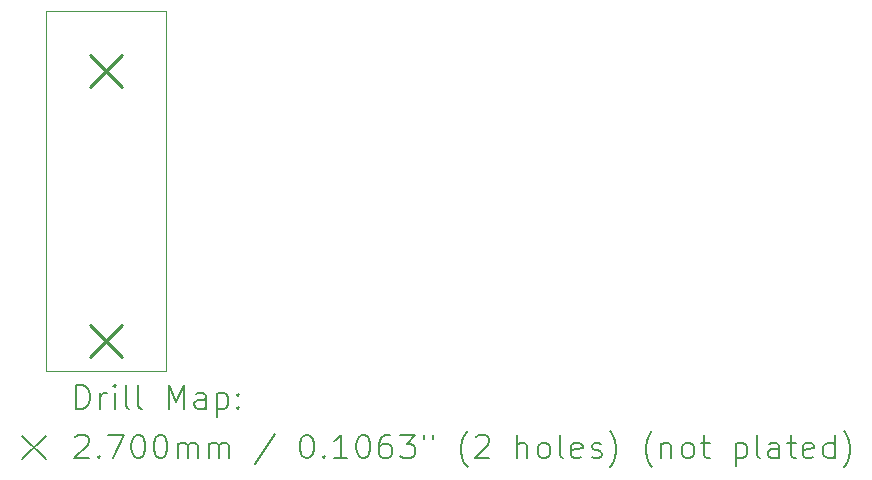
<source format=gbr>
%TF.GenerationSoftware,KiCad,Pcbnew,7.0.10*%
%TF.CreationDate,2024-02-28T14:07:29-05:00*%
%TF.ProjectId,Light_Sensor,4c696768-745f-4536-956e-736f722e6b69,rev?*%
%TF.SameCoordinates,Original*%
%TF.FileFunction,Drillmap*%
%TF.FilePolarity,Positive*%
%FSLAX45Y45*%
G04 Gerber Fmt 4.5, Leading zero omitted, Abs format (unit mm)*
G04 Created by KiCad (PCBNEW 7.0.10) date 2024-02-28 14:07:29*
%MOMM*%
%LPD*%
G01*
G04 APERTURE LIST*
%ADD10C,0.100000*%
%ADD11C,0.200000*%
%ADD12C,0.270000*%
G04 APERTURE END LIST*
D10*
X14224000Y-6858000D02*
X15240000Y-6858000D01*
X15240000Y-9906000D01*
X14224000Y-9906000D01*
X14224000Y-6858000D01*
D11*
D12*
X14597000Y-7231000D02*
X14867000Y-7501000D01*
X14867000Y-7231000D02*
X14597000Y-7501000D01*
X14597000Y-9517000D02*
X14867000Y-9787000D01*
X14867000Y-9517000D02*
X14597000Y-9787000D01*
D11*
X14479777Y-10222484D02*
X14479777Y-10022484D01*
X14479777Y-10022484D02*
X14527396Y-10022484D01*
X14527396Y-10022484D02*
X14555967Y-10032008D01*
X14555967Y-10032008D02*
X14575015Y-10051055D01*
X14575015Y-10051055D02*
X14584539Y-10070103D01*
X14584539Y-10070103D02*
X14594062Y-10108198D01*
X14594062Y-10108198D02*
X14594062Y-10136770D01*
X14594062Y-10136770D02*
X14584539Y-10174865D01*
X14584539Y-10174865D02*
X14575015Y-10193912D01*
X14575015Y-10193912D02*
X14555967Y-10212960D01*
X14555967Y-10212960D02*
X14527396Y-10222484D01*
X14527396Y-10222484D02*
X14479777Y-10222484D01*
X14679777Y-10222484D02*
X14679777Y-10089150D01*
X14679777Y-10127246D02*
X14689301Y-10108198D01*
X14689301Y-10108198D02*
X14698824Y-10098674D01*
X14698824Y-10098674D02*
X14717872Y-10089150D01*
X14717872Y-10089150D02*
X14736920Y-10089150D01*
X14803586Y-10222484D02*
X14803586Y-10089150D01*
X14803586Y-10022484D02*
X14794062Y-10032008D01*
X14794062Y-10032008D02*
X14803586Y-10041531D01*
X14803586Y-10041531D02*
X14813110Y-10032008D01*
X14813110Y-10032008D02*
X14803586Y-10022484D01*
X14803586Y-10022484D02*
X14803586Y-10041531D01*
X14927396Y-10222484D02*
X14908348Y-10212960D01*
X14908348Y-10212960D02*
X14898824Y-10193912D01*
X14898824Y-10193912D02*
X14898824Y-10022484D01*
X15032158Y-10222484D02*
X15013110Y-10212960D01*
X15013110Y-10212960D02*
X15003586Y-10193912D01*
X15003586Y-10193912D02*
X15003586Y-10022484D01*
X15260729Y-10222484D02*
X15260729Y-10022484D01*
X15260729Y-10022484D02*
X15327396Y-10165341D01*
X15327396Y-10165341D02*
X15394062Y-10022484D01*
X15394062Y-10022484D02*
X15394062Y-10222484D01*
X15575015Y-10222484D02*
X15575015Y-10117722D01*
X15575015Y-10117722D02*
X15565491Y-10098674D01*
X15565491Y-10098674D02*
X15546443Y-10089150D01*
X15546443Y-10089150D02*
X15508348Y-10089150D01*
X15508348Y-10089150D02*
X15489301Y-10098674D01*
X15575015Y-10212960D02*
X15555967Y-10222484D01*
X15555967Y-10222484D02*
X15508348Y-10222484D01*
X15508348Y-10222484D02*
X15489301Y-10212960D01*
X15489301Y-10212960D02*
X15479777Y-10193912D01*
X15479777Y-10193912D02*
X15479777Y-10174865D01*
X15479777Y-10174865D02*
X15489301Y-10155817D01*
X15489301Y-10155817D02*
X15508348Y-10146293D01*
X15508348Y-10146293D02*
X15555967Y-10146293D01*
X15555967Y-10146293D02*
X15575015Y-10136770D01*
X15670253Y-10089150D02*
X15670253Y-10289150D01*
X15670253Y-10098674D02*
X15689301Y-10089150D01*
X15689301Y-10089150D02*
X15727396Y-10089150D01*
X15727396Y-10089150D02*
X15746443Y-10098674D01*
X15746443Y-10098674D02*
X15755967Y-10108198D01*
X15755967Y-10108198D02*
X15765491Y-10127246D01*
X15765491Y-10127246D02*
X15765491Y-10184389D01*
X15765491Y-10184389D02*
X15755967Y-10203436D01*
X15755967Y-10203436D02*
X15746443Y-10212960D01*
X15746443Y-10212960D02*
X15727396Y-10222484D01*
X15727396Y-10222484D02*
X15689301Y-10222484D01*
X15689301Y-10222484D02*
X15670253Y-10212960D01*
X15851205Y-10203436D02*
X15860729Y-10212960D01*
X15860729Y-10212960D02*
X15851205Y-10222484D01*
X15851205Y-10222484D02*
X15841682Y-10212960D01*
X15841682Y-10212960D02*
X15851205Y-10203436D01*
X15851205Y-10203436D02*
X15851205Y-10222484D01*
X15851205Y-10098674D02*
X15860729Y-10108198D01*
X15860729Y-10108198D02*
X15851205Y-10117722D01*
X15851205Y-10117722D02*
X15841682Y-10108198D01*
X15841682Y-10108198D02*
X15851205Y-10098674D01*
X15851205Y-10098674D02*
X15851205Y-10117722D01*
X14019000Y-10451000D02*
X14219000Y-10651000D01*
X14219000Y-10451000D02*
X14019000Y-10651000D01*
X14470253Y-10461531D02*
X14479777Y-10452008D01*
X14479777Y-10452008D02*
X14498824Y-10442484D01*
X14498824Y-10442484D02*
X14546443Y-10442484D01*
X14546443Y-10442484D02*
X14565491Y-10452008D01*
X14565491Y-10452008D02*
X14575015Y-10461531D01*
X14575015Y-10461531D02*
X14584539Y-10480579D01*
X14584539Y-10480579D02*
X14584539Y-10499627D01*
X14584539Y-10499627D02*
X14575015Y-10528198D01*
X14575015Y-10528198D02*
X14460729Y-10642484D01*
X14460729Y-10642484D02*
X14584539Y-10642484D01*
X14670253Y-10623436D02*
X14679777Y-10632960D01*
X14679777Y-10632960D02*
X14670253Y-10642484D01*
X14670253Y-10642484D02*
X14660729Y-10632960D01*
X14660729Y-10632960D02*
X14670253Y-10623436D01*
X14670253Y-10623436D02*
X14670253Y-10642484D01*
X14746443Y-10442484D02*
X14879777Y-10442484D01*
X14879777Y-10442484D02*
X14794062Y-10642484D01*
X14994062Y-10442484D02*
X15013110Y-10442484D01*
X15013110Y-10442484D02*
X15032158Y-10452008D01*
X15032158Y-10452008D02*
X15041682Y-10461531D01*
X15041682Y-10461531D02*
X15051205Y-10480579D01*
X15051205Y-10480579D02*
X15060729Y-10518674D01*
X15060729Y-10518674D02*
X15060729Y-10566293D01*
X15060729Y-10566293D02*
X15051205Y-10604389D01*
X15051205Y-10604389D02*
X15041682Y-10623436D01*
X15041682Y-10623436D02*
X15032158Y-10632960D01*
X15032158Y-10632960D02*
X15013110Y-10642484D01*
X15013110Y-10642484D02*
X14994062Y-10642484D01*
X14994062Y-10642484D02*
X14975015Y-10632960D01*
X14975015Y-10632960D02*
X14965491Y-10623436D01*
X14965491Y-10623436D02*
X14955967Y-10604389D01*
X14955967Y-10604389D02*
X14946443Y-10566293D01*
X14946443Y-10566293D02*
X14946443Y-10518674D01*
X14946443Y-10518674D02*
X14955967Y-10480579D01*
X14955967Y-10480579D02*
X14965491Y-10461531D01*
X14965491Y-10461531D02*
X14975015Y-10452008D01*
X14975015Y-10452008D02*
X14994062Y-10442484D01*
X15184539Y-10442484D02*
X15203586Y-10442484D01*
X15203586Y-10442484D02*
X15222634Y-10452008D01*
X15222634Y-10452008D02*
X15232158Y-10461531D01*
X15232158Y-10461531D02*
X15241682Y-10480579D01*
X15241682Y-10480579D02*
X15251205Y-10518674D01*
X15251205Y-10518674D02*
X15251205Y-10566293D01*
X15251205Y-10566293D02*
X15241682Y-10604389D01*
X15241682Y-10604389D02*
X15232158Y-10623436D01*
X15232158Y-10623436D02*
X15222634Y-10632960D01*
X15222634Y-10632960D02*
X15203586Y-10642484D01*
X15203586Y-10642484D02*
X15184539Y-10642484D01*
X15184539Y-10642484D02*
X15165491Y-10632960D01*
X15165491Y-10632960D02*
X15155967Y-10623436D01*
X15155967Y-10623436D02*
X15146443Y-10604389D01*
X15146443Y-10604389D02*
X15136920Y-10566293D01*
X15136920Y-10566293D02*
X15136920Y-10518674D01*
X15136920Y-10518674D02*
X15146443Y-10480579D01*
X15146443Y-10480579D02*
X15155967Y-10461531D01*
X15155967Y-10461531D02*
X15165491Y-10452008D01*
X15165491Y-10452008D02*
X15184539Y-10442484D01*
X15336920Y-10642484D02*
X15336920Y-10509150D01*
X15336920Y-10528198D02*
X15346443Y-10518674D01*
X15346443Y-10518674D02*
X15365491Y-10509150D01*
X15365491Y-10509150D02*
X15394063Y-10509150D01*
X15394063Y-10509150D02*
X15413110Y-10518674D01*
X15413110Y-10518674D02*
X15422634Y-10537722D01*
X15422634Y-10537722D02*
X15422634Y-10642484D01*
X15422634Y-10537722D02*
X15432158Y-10518674D01*
X15432158Y-10518674D02*
X15451205Y-10509150D01*
X15451205Y-10509150D02*
X15479777Y-10509150D01*
X15479777Y-10509150D02*
X15498824Y-10518674D01*
X15498824Y-10518674D02*
X15508348Y-10537722D01*
X15508348Y-10537722D02*
X15508348Y-10642484D01*
X15603586Y-10642484D02*
X15603586Y-10509150D01*
X15603586Y-10528198D02*
X15613110Y-10518674D01*
X15613110Y-10518674D02*
X15632158Y-10509150D01*
X15632158Y-10509150D02*
X15660729Y-10509150D01*
X15660729Y-10509150D02*
X15679777Y-10518674D01*
X15679777Y-10518674D02*
X15689301Y-10537722D01*
X15689301Y-10537722D02*
X15689301Y-10642484D01*
X15689301Y-10537722D02*
X15698824Y-10518674D01*
X15698824Y-10518674D02*
X15717872Y-10509150D01*
X15717872Y-10509150D02*
X15746443Y-10509150D01*
X15746443Y-10509150D02*
X15765491Y-10518674D01*
X15765491Y-10518674D02*
X15775015Y-10537722D01*
X15775015Y-10537722D02*
X15775015Y-10642484D01*
X16165491Y-10432960D02*
X15994063Y-10690103D01*
X16422634Y-10442484D02*
X16441682Y-10442484D01*
X16441682Y-10442484D02*
X16460729Y-10452008D01*
X16460729Y-10452008D02*
X16470253Y-10461531D01*
X16470253Y-10461531D02*
X16479777Y-10480579D01*
X16479777Y-10480579D02*
X16489301Y-10518674D01*
X16489301Y-10518674D02*
X16489301Y-10566293D01*
X16489301Y-10566293D02*
X16479777Y-10604389D01*
X16479777Y-10604389D02*
X16470253Y-10623436D01*
X16470253Y-10623436D02*
X16460729Y-10632960D01*
X16460729Y-10632960D02*
X16441682Y-10642484D01*
X16441682Y-10642484D02*
X16422634Y-10642484D01*
X16422634Y-10642484D02*
X16403586Y-10632960D01*
X16403586Y-10632960D02*
X16394063Y-10623436D01*
X16394063Y-10623436D02*
X16384539Y-10604389D01*
X16384539Y-10604389D02*
X16375015Y-10566293D01*
X16375015Y-10566293D02*
X16375015Y-10518674D01*
X16375015Y-10518674D02*
X16384539Y-10480579D01*
X16384539Y-10480579D02*
X16394063Y-10461531D01*
X16394063Y-10461531D02*
X16403586Y-10452008D01*
X16403586Y-10452008D02*
X16422634Y-10442484D01*
X16575015Y-10623436D02*
X16584539Y-10632960D01*
X16584539Y-10632960D02*
X16575015Y-10642484D01*
X16575015Y-10642484D02*
X16565491Y-10632960D01*
X16565491Y-10632960D02*
X16575015Y-10623436D01*
X16575015Y-10623436D02*
X16575015Y-10642484D01*
X16775015Y-10642484D02*
X16660729Y-10642484D01*
X16717872Y-10642484D02*
X16717872Y-10442484D01*
X16717872Y-10442484D02*
X16698825Y-10471055D01*
X16698825Y-10471055D02*
X16679777Y-10490103D01*
X16679777Y-10490103D02*
X16660729Y-10499627D01*
X16898825Y-10442484D02*
X16917872Y-10442484D01*
X16917872Y-10442484D02*
X16936920Y-10452008D01*
X16936920Y-10452008D02*
X16946444Y-10461531D01*
X16946444Y-10461531D02*
X16955968Y-10480579D01*
X16955968Y-10480579D02*
X16965491Y-10518674D01*
X16965491Y-10518674D02*
X16965491Y-10566293D01*
X16965491Y-10566293D02*
X16955968Y-10604389D01*
X16955968Y-10604389D02*
X16946444Y-10623436D01*
X16946444Y-10623436D02*
X16936920Y-10632960D01*
X16936920Y-10632960D02*
X16917872Y-10642484D01*
X16917872Y-10642484D02*
X16898825Y-10642484D01*
X16898825Y-10642484D02*
X16879777Y-10632960D01*
X16879777Y-10632960D02*
X16870253Y-10623436D01*
X16870253Y-10623436D02*
X16860729Y-10604389D01*
X16860729Y-10604389D02*
X16851206Y-10566293D01*
X16851206Y-10566293D02*
X16851206Y-10518674D01*
X16851206Y-10518674D02*
X16860729Y-10480579D01*
X16860729Y-10480579D02*
X16870253Y-10461531D01*
X16870253Y-10461531D02*
X16879777Y-10452008D01*
X16879777Y-10452008D02*
X16898825Y-10442484D01*
X17136920Y-10442484D02*
X17098825Y-10442484D01*
X17098825Y-10442484D02*
X17079777Y-10452008D01*
X17079777Y-10452008D02*
X17070253Y-10461531D01*
X17070253Y-10461531D02*
X17051206Y-10490103D01*
X17051206Y-10490103D02*
X17041682Y-10528198D01*
X17041682Y-10528198D02*
X17041682Y-10604389D01*
X17041682Y-10604389D02*
X17051206Y-10623436D01*
X17051206Y-10623436D02*
X17060729Y-10632960D01*
X17060729Y-10632960D02*
X17079777Y-10642484D01*
X17079777Y-10642484D02*
X17117872Y-10642484D01*
X17117872Y-10642484D02*
X17136920Y-10632960D01*
X17136920Y-10632960D02*
X17146444Y-10623436D01*
X17146444Y-10623436D02*
X17155968Y-10604389D01*
X17155968Y-10604389D02*
X17155968Y-10556770D01*
X17155968Y-10556770D02*
X17146444Y-10537722D01*
X17146444Y-10537722D02*
X17136920Y-10528198D01*
X17136920Y-10528198D02*
X17117872Y-10518674D01*
X17117872Y-10518674D02*
X17079777Y-10518674D01*
X17079777Y-10518674D02*
X17060729Y-10528198D01*
X17060729Y-10528198D02*
X17051206Y-10537722D01*
X17051206Y-10537722D02*
X17041682Y-10556770D01*
X17222634Y-10442484D02*
X17346444Y-10442484D01*
X17346444Y-10442484D02*
X17279777Y-10518674D01*
X17279777Y-10518674D02*
X17308349Y-10518674D01*
X17308349Y-10518674D02*
X17327396Y-10528198D01*
X17327396Y-10528198D02*
X17336920Y-10537722D01*
X17336920Y-10537722D02*
X17346444Y-10556770D01*
X17346444Y-10556770D02*
X17346444Y-10604389D01*
X17346444Y-10604389D02*
X17336920Y-10623436D01*
X17336920Y-10623436D02*
X17327396Y-10632960D01*
X17327396Y-10632960D02*
X17308349Y-10642484D01*
X17308349Y-10642484D02*
X17251206Y-10642484D01*
X17251206Y-10642484D02*
X17232158Y-10632960D01*
X17232158Y-10632960D02*
X17222634Y-10623436D01*
X17422634Y-10442484D02*
X17422634Y-10480579D01*
X17498825Y-10442484D02*
X17498825Y-10480579D01*
X17794063Y-10718674D02*
X17784539Y-10709150D01*
X17784539Y-10709150D02*
X17765491Y-10680579D01*
X17765491Y-10680579D02*
X17755968Y-10661531D01*
X17755968Y-10661531D02*
X17746444Y-10632960D01*
X17746444Y-10632960D02*
X17736920Y-10585341D01*
X17736920Y-10585341D02*
X17736920Y-10547246D01*
X17736920Y-10547246D02*
X17746444Y-10499627D01*
X17746444Y-10499627D02*
X17755968Y-10471055D01*
X17755968Y-10471055D02*
X17765491Y-10452008D01*
X17765491Y-10452008D02*
X17784539Y-10423436D01*
X17784539Y-10423436D02*
X17794063Y-10413912D01*
X17860730Y-10461531D02*
X17870253Y-10452008D01*
X17870253Y-10452008D02*
X17889301Y-10442484D01*
X17889301Y-10442484D02*
X17936920Y-10442484D01*
X17936920Y-10442484D02*
X17955968Y-10452008D01*
X17955968Y-10452008D02*
X17965491Y-10461531D01*
X17965491Y-10461531D02*
X17975015Y-10480579D01*
X17975015Y-10480579D02*
X17975015Y-10499627D01*
X17975015Y-10499627D02*
X17965491Y-10528198D01*
X17965491Y-10528198D02*
X17851206Y-10642484D01*
X17851206Y-10642484D02*
X17975015Y-10642484D01*
X18213111Y-10642484D02*
X18213111Y-10442484D01*
X18298825Y-10642484D02*
X18298825Y-10537722D01*
X18298825Y-10537722D02*
X18289301Y-10518674D01*
X18289301Y-10518674D02*
X18270253Y-10509150D01*
X18270253Y-10509150D02*
X18241682Y-10509150D01*
X18241682Y-10509150D02*
X18222634Y-10518674D01*
X18222634Y-10518674D02*
X18213111Y-10528198D01*
X18422634Y-10642484D02*
X18403587Y-10632960D01*
X18403587Y-10632960D02*
X18394063Y-10623436D01*
X18394063Y-10623436D02*
X18384539Y-10604389D01*
X18384539Y-10604389D02*
X18384539Y-10547246D01*
X18384539Y-10547246D02*
X18394063Y-10528198D01*
X18394063Y-10528198D02*
X18403587Y-10518674D01*
X18403587Y-10518674D02*
X18422634Y-10509150D01*
X18422634Y-10509150D02*
X18451206Y-10509150D01*
X18451206Y-10509150D02*
X18470253Y-10518674D01*
X18470253Y-10518674D02*
X18479777Y-10528198D01*
X18479777Y-10528198D02*
X18489301Y-10547246D01*
X18489301Y-10547246D02*
X18489301Y-10604389D01*
X18489301Y-10604389D02*
X18479777Y-10623436D01*
X18479777Y-10623436D02*
X18470253Y-10632960D01*
X18470253Y-10632960D02*
X18451206Y-10642484D01*
X18451206Y-10642484D02*
X18422634Y-10642484D01*
X18603587Y-10642484D02*
X18584539Y-10632960D01*
X18584539Y-10632960D02*
X18575015Y-10613912D01*
X18575015Y-10613912D02*
X18575015Y-10442484D01*
X18755968Y-10632960D02*
X18736920Y-10642484D01*
X18736920Y-10642484D02*
X18698825Y-10642484D01*
X18698825Y-10642484D02*
X18679777Y-10632960D01*
X18679777Y-10632960D02*
X18670253Y-10613912D01*
X18670253Y-10613912D02*
X18670253Y-10537722D01*
X18670253Y-10537722D02*
X18679777Y-10518674D01*
X18679777Y-10518674D02*
X18698825Y-10509150D01*
X18698825Y-10509150D02*
X18736920Y-10509150D01*
X18736920Y-10509150D02*
X18755968Y-10518674D01*
X18755968Y-10518674D02*
X18765492Y-10537722D01*
X18765492Y-10537722D02*
X18765492Y-10556770D01*
X18765492Y-10556770D02*
X18670253Y-10575817D01*
X18841682Y-10632960D02*
X18860730Y-10642484D01*
X18860730Y-10642484D02*
X18898825Y-10642484D01*
X18898825Y-10642484D02*
X18917873Y-10632960D01*
X18917873Y-10632960D02*
X18927396Y-10613912D01*
X18927396Y-10613912D02*
X18927396Y-10604389D01*
X18927396Y-10604389D02*
X18917873Y-10585341D01*
X18917873Y-10585341D02*
X18898825Y-10575817D01*
X18898825Y-10575817D02*
X18870253Y-10575817D01*
X18870253Y-10575817D02*
X18851206Y-10566293D01*
X18851206Y-10566293D02*
X18841682Y-10547246D01*
X18841682Y-10547246D02*
X18841682Y-10537722D01*
X18841682Y-10537722D02*
X18851206Y-10518674D01*
X18851206Y-10518674D02*
X18870253Y-10509150D01*
X18870253Y-10509150D02*
X18898825Y-10509150D01*
X18898825Y-10509150D02*
X18917873Y-10518674D01*
X18994063Y-10718674D02*
X19003587Y-10709150D01*
X19003587Y-10709150D02*
X19022634Y-10680579D01*
X19022634Y-10680579D02*
X19032158Y-10661531D01*
X19032158Y-10661531D02*
X19041682Y-10632960D01*
X19041682Y-10632960D02*
X19051206Y-10585341D01*
X19051206Y-10585341D02*
X19051206Y-10547246D01*
X19051206Y-10547246D02*
X19041682Y-10499627D01*
X19041682Y-10499627D02*
X19032158Y-10471055D01*
X19032158Y-10471055D02*
X19022634Y-10452008D01*
X19022634Y-10452008D02*
X19003587Y-10423436D01*
X19003587Y-10423436D02*
X18994063Y-10413912D01*
X19355968Y-10718674D02*
X19346444Y-10709150D01*
X19346444Y-10709150D02*
X19327396Y-10680579D01*
X19327396Y-10680579D02*
X19317873Y-10661531D01*
X19317873Y-10661531D02*
X19308349Y-10632960D01*
X19308349Y-10632960D02*
X19298825Y-10585341D01*
X19298825Y-10585341D02*
X19298825Y-10547246D01*
X19298825Y-10547246D02*
X19308349Y-10499627D01*
X19308349Y-10499627D02*
X19317873Y-10471055D01*
X19317873Y-10471055D02*
X19327396Y-10452008D01*
X19327396Y-10452008D02*
X19346444Y-10423436D01*
X19346444Y-10423436D02*
X19355968Y-10413912D01*
X19432158Y-10509150D02*
X19432158Y-10642484D01*
X19432158Y-10528198D02*
X19441682Y-10518674D01*
X19441682Y-10518674D02*
X19460730Y-10509150D01*
X19460730Y-10509150D02*
X19489301Y-10509150D01*
X19489301Y-10509150D02*
X19508349Y-10518674D01*
X19508349Y-10518674D02*
X19517873Y-10537722D01*
X19517873Y-10537722D02*
X19517873Y-10642484D01*
X19641682Y-10642484D02*
X19622634Y-10632960D01*
X19622634Y-10632960D02*
X19613111Y-10623436D01*
X19613111Y-10623436D02*
X19603587Y-10604389D01*
X19603587Y-10604389D02*
X19603587Y-10547246D01*
X19603587Y-10547246D02*
X19613111Y-10528198D01*
X19613111Y-10528198D02*
X19622634Y-10518674D01*
X19622634Y-10518674D02*
X19641682Y-10509150D01*
X19641682Y-10509150D02*
X19670254Y-10509150D01*
X19670254Y-10509150D02*
X19689301Y-10518674D01*
X19689301Y-10518674D02*
X19698825Y-10528198D01*
X19698825Y-10528198D02*
X19708349Y-10547246D01*
X19708349Y-10547246D02*
X19708349Y-10604389D01*
X19708349Y-10604389D02*
X19698825Y-10623436D01*
X19698825Y-10623436D02*
X19689301Y-10632960D01*
X19689301Y-10632960D02*
X19670254Y-10642484D01*
X19670254Y-10642484D02*
X19641682Y-10642484D01*
X19765492Y-10509150D02*
X19841682Y-10509150D01*
X19794063Y-10442484D02*
X19794063Y-10613912D01*
X19794063Y-10613912D02*
X19803587Y-10632960D01*
X19803587Y-10632960D02*
X19822634Y-10642484D01*
X19822634Y-10642484D02*
X19841682Y-10642484D01*
X20060730Y-10509150D02*
X20060730Y-10709150D01*
X20060730Y-10518674D02*
X20079777Y-10509150D01*
X20079777Y-10509150D02*
X20117873Y-10509150D01*
X20117873Y-10509150D02*
X20136920Y-10518674D01*
X20136920Y-10518674D02*
X20146444Y-10528198D01*
X20146444Y-10528198D02*
X20155968Y-10547246D01*
X20155968Y-10547246D02*
X20155968Y-10604389D01*
X20155968Y-10604389D02*
X20146444Y-10623436D01*
X20146444Y-10623436D02*
X20136920Y-10632960D01*
X20136920Y-10632960D02*
X20117873Y-10642484D01*
X20117873Y-10642484D02*
X20079777Y-10642484D01*
X20079777Y-10642484D02*
X20060730Y-10632960D01*
X20270254Y-10642484D02*
X20251206Y-10632960D01*
X20251206Y-10632960D02*
X20241682Y-10613912D01*
X20241682Y-10613912D02*
X20241682Y-10442484D01*
X20432158Y-10642484D02*
X20432158Y-10537722D01*
X20432158Y-10537722D02*
X20422635Y-10518674D01*
X20422635Y-10518674D02*
X20403587Y-10509150D01*
X20403587Y-10509150D02*
X20365492Y-10509150D01*
X20365492Y-10509150D02*
X20346444Y-10518674D01*
X20432158Y-10632960D02*
X20413111Y-10642484D01*
X20413111Y-10642484D02*
X20365492Y-10642484D01*
X20365492Y-10642484D02*
X20346444Y-10632960D01*
X20346444Y-10632960D02*
X20336920Y-10613912D01*
X20336920Y-10613912D02*
X20336920Y-10594865D01*
X20336920Y-10594865D02*
X20346444Y-10575817D01*
X20346444Y-10575817D02*
X20365492Y-10566293D01*
X20365492Y-10566293D02*
X20413111Y-10566293D01*
X20413111Y-10566293D02*
X20432158Y-10556770D01*
X20498825Y-10509150D02*
X20575015Y-10509150D01*
X20527396Y-10442484D02*
X20527396Y-10613912D01*
X20527396Y-10613912D02*
X20536920Y-10632960D01*
X20536920Y-10632960D02*
X20555968Y-10642484D01*
X20555968Y-10642484D02*
X20575015Y-10642484D01*
X20717873Y-10632960D02*
X20698825Y-10642484D01*
X20698825Y-10642484D02*
X20660730Y-10642484D01*
X20660730Y-10642484D02*
X20641682Y-10632960D01*
X20641682Y-10632960D02*
X20632158Y-10613912D01*
X20632158Y-10613912D02*
X20632158Y-10537722D01*
X20632158Y-10537722D02*
X20641682Y-10518674D01*
X20641682Y-10518674D02*
X20660730Y-10509150D01*
X20660730Y-10509150D02*
X20698825Y-10509150D01*
X20698825Y-10509150D02*
X20717873Y-10518674D01*
X20717873Y-10518674D02*
X20727396Y-10537722D01*
X20727396Y-10537722D02*
X20727396Y-10556770D01*
X20727396Y-10556770D02*
X20632158Y-10575817D01*
X20898825Y-10642484D02*
X20898825Y-10442484D01*
X20898825Y-10632960D02*
X20879777Y-10642484D01*
X20879777Y-10642484D02*
X20841682Y-10642484D01*
X20841682Y-10642484D02*
X20822635Y-10632960D01*
X20822635Y-10632960D02*
X20813111Y-10623436D01*
X20813111Y-10623436D02*
X20803587Y-10604389D01*
X20803587Y-10604389D02*
X20803587Y-10547246D01*
X20803587Y-10547246D02*
X20813111Y-10528198D01*
X20813111Y-10528198D02*
X20822635Y-10518674D01*
X20822635Y-10518674D02*
X20841682Y-10509150D01*
X20841682Y-10509150D02*
X20879777Y-10509150D01*
X20879777Y-10509150D02*
X20898825Y-10518674D01*
X20975016Y-10718674D02*
X20984539Y-10709150D01*
X20984539Y-10709150D02*
X21003587Y-10680579D01*
X21003587Y-10680579D02*
X21013111Y-10661531D01*
X21013111Y-10661531D02*
X21022635Y-10632960D01*
X21022635Y-10632960D02*
X21032158Y-10585341D01*
X21032158Y-10585341D02*
X21032158Y-10547246D01*
X21032158Y-10547246D02*
X21022635Y-10499627D01*
X21022635Y-10499627D02*
X21013111Y-10471055D01*
X21013111Y-10471055D02*
X21003587Y-10452008D01*
X21003587Y-10452008D02*
X20984539Y-10423436D01*
X20984539Y-10423436D02*
X20975016Y-10413912D01*
M02*

</source>
